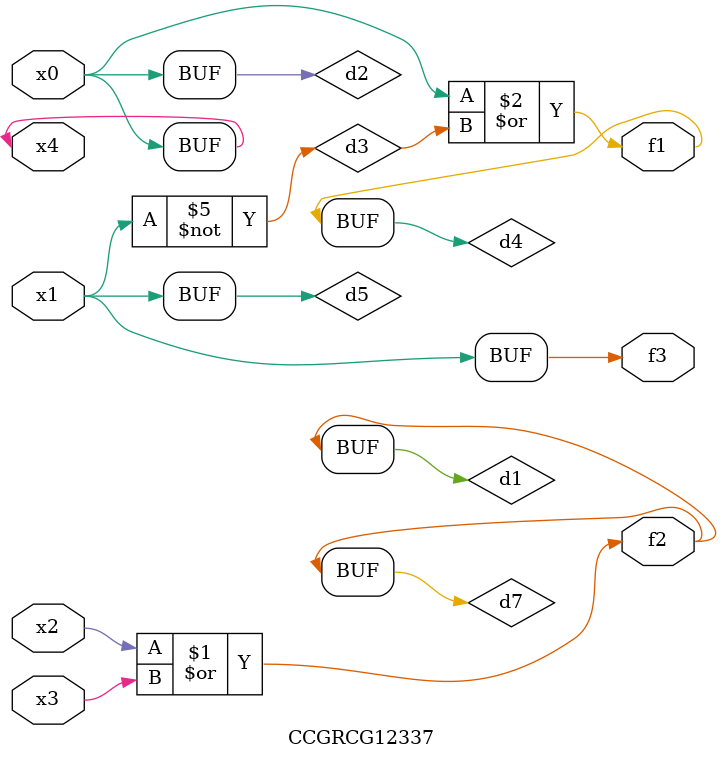
<source format=v>
module CCGRCG12337(
	input x0, x1, x2, x3, x4,
	output f1, f2, f3
);

	wire d1, d2, d3, d4, d5, d6, d7;

	or (d1, x2, x3);
	buf (d2, x0, x4);
	not (d3, x1);
	or (d4, d2, d3);
	not (d5, d3);
	nand (d6, d1, d3);
	or (d7, d1);
	assign f1 = d4;
	assign f2 = d7;
	assign f3 = d5;
endmodule

</source>
